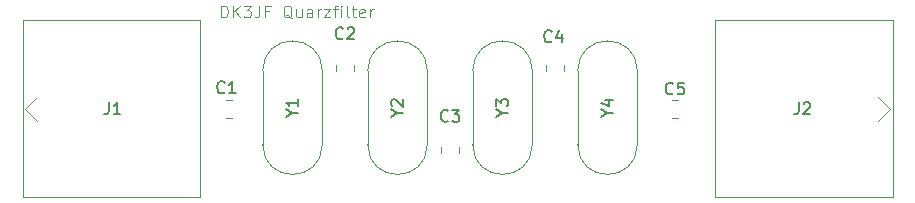
<source format=gbr>
%TF.GenerationSoftware,KiCad,Pcbnew,8.0.1*%
%TF.CreationDate,2024-04-20T09:08:37+02:00*%
%TF.ProjectId,Quarzfilter,51756172-7a66-4696-9c74-65722e6b6963,rev?*%
%TF.SameCoordinates,Original*%
%TF.FileFunction,Legend,Top*%
%TF.FilePolarity,Positive*%
%FSLAX46Y46*%
G04 Gerber Fmt 4.6, Leading zero omitted, Abs format (unit mm)*
G04 Created by KiCad (PCBNEW 8.0.1) date 2024-04-20 09:08:37*
%MOMM*%
%LPD*%
G01*
G04 APERTURE LIST*
%ADD10C,0.100000*%
%ADD11C,0.150000*%
%ADD12C,0.120000*%
G04 APERTURE END LIST*
D10*
X118413884Y-81152419D02*
X118413884Y-80152419D01*
X118413884Y-80152419D02*
X118651979Y-80152419D01*
X118651979Y-80152419D02*
X118794836Y-80200038D01*
X118794836Y-80200038D02*
X118890074Y-80295276D01*
X118890074Y-80295276D02*
X118937693Y-80390514D01*
X118937693Y-80390514D02*
X118985312Y-80580990D01*
X118985312Y-80580990D02*
X118985312Y-80723847D01*
X118985312Y-80723847D02*
X118937693Y-80914323D01*
X118937693Y-80914323D02*
X118890074Y-81009561D01*
X118890074Y-81009561D02*
X118794836Y-81104800D01*
X118794836Y-81104800D02*
X118651979Y-81152419D01*
X118651979Y-81152419D02*
X118413884Y-81152419D01*
X119413884Y-81152419D02*
X119413884Y-80152419D01*
X119985312Y-81152419D02*
X119556741Y-80580990D01*
X119985312Y-80152419D02*
X119413884Y-80723847D01*
X120318646Y-80152419D02*
X120937693Y-80152419D01*
X120937693Y-80152419D02*
X120604360Y-80533371D01*
X120604360Y-80533371D02*
X120747217Y-80533371D01*
X120747217Y-80533371D02*
X120842455Y-80580990D01*
X120842455Y-80580990D02*
X120890074Y-80628609D01*
X120890074Y-80628609D02*
X120937693Y-80723847D01*
X120937693Y-80723847D02*
X120937693Y-80961942D01*
X120937693Y-80961942D02*
X120890074Y-81057180D01*
X120890074Y-81057180D02*
X120842455Y-81104800D01*
X120842455Y-81104800D02*
X120747217Y-81152419D01*
X120747217Y-81152419D02*
X120461503Y-81152419D01*
X120461503Y-81152419D02*
X120366265Y-81104800D01*
X120366265Y-81104800D02*
X120318646Y-81057180D01*
X121651979Y-80152419D02*
X121651979Y-80866704D01*
X121651979Y-80866704D02*
X121604360Y-81009561D01*
X121604360Y-81009561D02*
X121509122Y-81104800D01*
X121509122Y-81104800D02*
X121366265Y-81152419D01*
X121366265Y-81152419D02*
X121271027Y-81152419D01*
X122461503Y-80628609D02*
X122128170Y-80628609D01*
X122128170Y-81152419D02*
X122128170Y-80152419D01*
X122128170Y-80152419D02*
X122604360Y-80152419D01*
X124413884Y-81247657D02*
X124318646Y-81200038D01*
X124318646Y-81200038D02*
X124223408Y-81104800D01*
X124223408Y-81104800D02*
X124080551Y-80961942D01*
X124080551Y-80961942D02*
X123985313Y-80914323D01*
X123985313Y-80914323D02*
X123890075Y-80914323D01*
X123937694Y-81152419D02*
X123842456Y-81104800D01*
X123842456Y-81104800D02*
X123747218Y-81009561D01*
X123747218Y-81009561D02*
X123699599Y-80819085D01*
X123699599Y-80819085D02*
X123699599Y-80485752D01*
X123699599Y-80485752D02*
X123747218Y-80295276D01*
X123747218Y-80295276D02*
X123842456Y-80200038D01*
X123842456Y-80200038D02*
X123937694Y-80152419D01*
X123937694Y-80152419D02*
X124128170Y-80152419D01*
X124128170Y-80152419D02*
X124223408Y-80200038D01*
X124223408Y-80200038D02*
X124318646Y-80295276D01*
X124318646Y-80295276D02*
X124366265Y-80485752D01*
X124366265Y-80485752D02*
X124366265Y-80819085D01*
X124366265Y-80819085D02*
X124318646Y-81009561D01*
X124318646Y-81009561D02*
X124223408Y-81104800D01*
X124223408Y-81104800D02*
X124128170Y-81152419D01*
X124128170Y-81152419D02*
X123937694Y-81152419D01*
X125223408Y-80485752D02*
X125223408Y-81152419D01*
X124794837Y-80485752D02*
X124794837Y-81009561D01*
X124794837Y-81009561D02*
X124842456Y-81104800D01*
X124842456Y-81104800D02*
X124937694Y-81152419D01*
X124937694Y-81152419D02*
X125080551Y-81152419D01*
X125080551Y-81152419D02*
X125175789Y-81104800D01*
X125175789Y-81104800D02*
X125223408Y-81057180D01*
X126128170Y-81152419D02*
X126128170Y-80628609D01*
X126128170Y-80628609D02*
X126080551Y-80533371D01*
X126080551Y-80533371D02*
X125985313Y-80485752D01*
X125985313Y-80485752D02*
X125794837Y-80485752D01*
X125794837Y-80485752D02*
X125699599Y-80533371D01*
X126128170Y-81104800D02*
X126032932Y-81152419D01*
X126032932Y-81152419D02*
X125794837Y-81152419D01*
X125794837Y-81152419D02*
X125699599Y-81104800D01*
X125699599Y-81104800D02*
X125651980Y-81009561D01*
X125651980Y-81009561D02*
X125651980Y-80914323D01*
X125651980Y-80914323D02*
X125699599Y-80819085D01*
X125699599Y-80819085D02*
X125794837Y-80771466D01*
X125794837Y-80771466D02*
X126032932Y-80771466D01*
X126032932Y-80771466D02*
X126128170Y-80723847D01*
X126604361Y-81152419D02*
X126604361Y-80485752D01*
X126604361Y-80676228D02*
X126651980Y-80580990D01*
X126651980Y-80580990D02*
X126699599Y-80533371D01*
X126699599Y-80533371D02*
X126794837Y-80485752D01*
X126794837Y-80485752D02*
X126890075Y-80485752D01*
X127128171Y-80485752D02*
X127651980Y-80485752D01*
X127651980Y-80485752D02*
X127128171Y-81152419D01*
X127128171Y-81152419D02*
X127651980Y-81152419D01*
X127890076Y-80485752D02*
X128271028Y-80485752D01*
X128032933Y-81152419D02*
X128032933Y-80295276D01*
X128032933Y-80295276D02*
X128080552Y-80200038D01*
X128080552Y-80200038D02*
X128175790Y-80152419D01*
X128175790Y-80152419D02*
X128271028Y-80152419D01*
X128604362Y-81152419D02*
X128604362Y-80485752D01*
X128604362Y-80152419D02*
X128556743Y-80200038D01*
X128556743Y-80200038D02*
X128604362Y-80247657D01*
X128604362Y-80247657D02*
X128651981Y-80200038D01*
X128651981Y-80200038D02*
X128604362Y-80152419D01*
X128604362Y-80152419D02*
X128604362Y-80247657D01*
X129223409Y-81152419D02*
X129128171Y-81104800D01*
X129128171Y-81104800D02*
X129080552Y-81009561D01*
X129080552Y-81009561D02*
X129080552Y-80152419D01*
X129461505Y-80485752D02*
X129842457Y-80485752D01*
X129604362Y-80152419D02*
X129604362Y-81009561D01*
X129604362Y-81009561D02*
X129651981Y-81104800D01*
X129651981Y-81104800D02*
X129747219Y-81152419D01*
X129747219Y-81152419D02*
X129842457Y-81152419D01*
X130556743Y-81104800D02*
X130461505Y-81152419D01*
X130461505Y-81152419D02*
X130271029Y-81152419D01*
X130271029Y-81152419D02*
X130175791Y-81104800D01*
X130175791Y-81104800D02*
X130128172Y-81009561D01*
X130128172Y-81009561D02*
X130128172Y-80628609D01*
X130128172Y-80628609D02*
X130175791Y-80533371D01*
X130175791Y-80533371D02*
X130271029Y-80485752D01*
X130271029Y-80485752D02*
X130461505Y-80485752D01*
X130461505Y-80485752D02*
X130556743Y-80533371D01*
X130556743Y-80533371D02*
X130604362Y-80628609D01*
X130604362Y-80628609D02*
X130604362Y-80723847D01*
X130604362Y-80723847D02*
X130128172Y-80819085D01*
X131032934Y-81152419D02*
X131032934Y-80485752D01*
X131032934Y-80676228D02*
X131080553Y-80580990D01*
X131080553Y-80580990D02*
X131128172Y-80533371D01*
X131128172Y-80533371D02*
X131223410Y-80485752D01*
X131223410Y-80485752D02*
X131318648Y-80485752D01*
D11*
X151108628Y-89286190D02*
X151584819Y-89286190D01*
X150584819Y-89619523D02*
X151108628Y-89286190D01*
X151108628Y-89286190D02*
X150584819Y-88952857D01*
X150918152Y-88190952D02*
X151584819Y-88190952D01*
X150537200Y-88429047D02*
X151251485Y-88667142D01*
X151251485Y-88667142D02*
X151251485Y-88048095D01*
X142218628Y-89266190D02*
X142694819Y-89266190D01*
X141694819Y-89599523D02*
X142218628Y-89266190D01*
X142218628Y-89266190D02*
X141694819Y-88932857D01*
X141694819Y-88694761D02*
X141694819Y-88075714D01*
X141694819Y-88075714D02*
X142075771Y-88409047D01*
X142075771Y-88409047D02*
X142075771Y-88266190D01*
X142075771Y-88266190D02*
X142123390Y-88170952D01*
X142123390Y-88170952D02*
X142171009Y-88123333D01*
X142171009Y-88123333D02*
X142266247Y-88075714D01*
X142266247Y-88075714D02*
X142504342Y-88075714D01*
X142504342Y-88075714D02*
X142599580Y-88123333D01*
X142599580Y-88123333D02*
X142647200Y-88170952D01*
X142647200Y-88170952D02*
X142694819Y-88266190D01*
X142694819Y-88266190D02*
X142694819Y-88551904D01*
X142694819Y-88551904D02*
X142647200Y-88647142D01*
X142647200Y-88647142D02*
X142599580Y-88694761D01*
X133328628Y-89286190D02*
X133804819Y-89286190D01*
X132804819Y-89619523D02*
X133328628Y-89286190D01*
X133328628Y-89286190D02*
X132804819Y-88952857D01*
X132900057Y-88667142D02*
X132852438Y-88619523D01*
X132852438Y-88619523D02*
X132804819Y-88524285D01*
X132804819Y-88524285D02*
X132804819Y-88286190D01*
X132804819Y-88286190D02*
X132852438Y-88190952D01*
X132852438Y-88190952D02*
X132900057Y-88143333D01*
X132900057Y-88143333D02*
X132995295Y-88095714D01*
X132995295Y-88095714D02*
X133090533Y-88095714D01*
X133090533Y-88095714D02*
X133233390Y-88143333D01*
X133233390Y-88143333D02*
X133804819Y-88714761D01*
X133804819Y-88714761D02*
X133804819Y-88095714D01*
X124438628Y-89266190D02*
X124914819Y-89266190D01*
X123914819Y-89599523D02*
X124438628Y-89266190D01*
X124438628Y-89266190D02*
X123914819Y-88932857D01*
X124914819Y-88075714D02*
X124914819Y-88647142D01*
X124914819Y-88361428D02*
X123914819Y-88361428D01*
X123914819Y-88361428D02*
X124057676Y-88456666D01*
X124057676Y-88456666D02*
X124152914Y-88551904D01*
X124152914Y-88551904D02*
X124200533Y-88647142D01*
X167306666Y-88354819D02*
X167306666Y-89069104D01*
X167306666Y-89069104D02*
X167259047Y-89211961D01*
X167259047Y-89211961D02*
X167163809Y-89307200D01*
X167163809Y-89307200D02*
X167020952Y-89354819D01*
X167020952Y-89354819D02*
X166925714Y-89354819D01*
X167735238Y-88450057D02*
X167782857Y-88402438D01*
X167782857Y-88402438D02*
X167878095Y-88354819D01*
X167878095Y-88354819D02*
X168116190Y-88354819D01*
X168116190Y-88354819D02*
X168211428Y-88402438D01*
X168211428Y-88402438D02*
X168259047Y-88450057D01*
X168259047Y-88450057D02*
X168306666Y-88545295D01*
X168306666Y-88545295D02*
X168306666Y-88640533D01*
X168306666Y-88640533D02*
X168259047Y-88783390D01*
X168259047Y-88783390D02*
X167687619Y-89354819D01*
X167687619Y-89354819D02*
X168306666Y-89354819D01*
X108886666Y-88354819D02*
X108886666Y-89069104D01*
X108886666Y-89069104D02*
X108839047Y-89211961D01*
X108839047Y-89211961D02*
X108743809Y-89307200D01*
X108743809Y-89307200D02*
X108600952Y-89354819D01*
X108600952Y-89354819D02*
X108505714Y-89354819D01*
X109886666Y-89354819D02*
X109315238Y-89354819D01*
X109600952Y-89354819D02*
X109600952Y-88354819D01*
X109600952Y-88354819D02*
X109505714Y-88497676D01*
X109505714Y-88497676D02*
X109410476Y-88592914D01*
X109410476Y-88592914D02*
X109315238Y-88640533D01*
X156678333Y-87579580D02*
X156630714Y-87627200D01*
X156630714Y-87627200D02*
X156487857Y-87674819D01*
X156487857Y-87674819D02*
X156392619Y-87674819D01*
X156392619Y-87674819D02*
X156249762Y-87627200D01*
X156249762Y-87627200D02*
X156154524Y-87531961D01*
X156154524Y-87531961D02*
X156106905Y-87436723D01*
X156106905Y-87436723D02*
X156059286Y-87246247D01*
X156059286Y-87246247D02*
X156059286Y-87103390D01*
X156059286Y-87103390D02*
X156106905Y-86912914D01*
X156106905Y-86912914D02*
X156154524Y-86817676D01*
X156154524Y-86817676D02*
X156249762Y-86722438D01*
X156249762Y-86722438D02*
X156392619Y-86674819D01*
X156392619Y-86674819D02*
X156487857Y-86674819D01*
X156487857Y-86674819D02*
X156630714Y-86722438D01*
X156630714Y-86722438D02*
X156678333Y-86770057D01*
X157583095Y-86674819D02*
X157106905Y-86674819D01*
X157106905Y-86674819D02*
X157059286Y-87151009D01*
X157059286Y-87151009D02*
X157106905Y-87103390D01*
X157106905Y-87103390D02*
X157202143Y-87055771D01*
X157202143Y-87055771D02*
X157440238Y-87055771D01*
X157440238Y-87055771D02*
X157535476Y-87103390D01*
X157535476Y-87103390D02*
X157583095Y-87151009D01*
X157583095Y-87151009D02*
X157630714Y-87246247D01*
X157630714Y-87246247D02*
X157630714Y-87484342D01*
X157630714Y-87484342D02*
X157583095Y-87579580D01*
X157583095Y-87579580D02*
X157535476Y-87627200D01*
X157535476Y-87627200D02*
X157440238Y-87674819D01*
X157440238Y-87674819D02*
X157202143Y-87674819D01*
X157202143Y-87674819D02*
X157106905Y-87627200D01*
X157106905Y-87627200D02*
X157059286Y-87579580D01*
X146391333Y-83163580D02*
X146343714Y-83211200D01*
X146343714Y-83211200D02*
X146200857Y-83258819D01*
X146200857Y-83258819D02*
X146105619Y-83258819D01*
X146105619Y-83258819D02*
X145962762Y-83211200D01*
X145962762Y-83211200D02*
X145867524Y-83115961D01*
X145867524Y-83115961D02*
X145819905Y-83020723D01*
X145819905Y-83020723D02*
X145772286Y-82830247D01*
X145772286Y-82830247D02*
X145772286Y-82687390D01*
X145772286Y-82687390D02*
X145819905Y-82496914D01*
X145819905Y-82496914D02*
X145867524Y-82401676D01*
X145867524Y-82401676D02*
X145962762Y-82306438D01*
X145962762Y-82306438D02*
X146105619Y-82258819D01*
X146105619Y-82258819D02*
X146200857Y-82258819D01*
X146200857Y-82258819D02*
X146343714Y-82306438D01*
X146343714Y-82306438D02*
X146391333Y-82354057D01*
X147248476Y-82592152D02*
X147248476Y-83258819D01*
X147010381Y-82211200D02*
X146772286Y-82925485D01*
X146772286Y-82925485D02*
X147391333Y-82925485D01*
X137628333Y-89894580D02*
X137580714Y-89942200D01*
X137580714Y-89942200D02*
X137437857Y-89989819D01*
X137437857Y-89989819D02*
X137342619Y-89989819D01*
X137342619Y-89989819D02*
X137199762Y-89942200D01*
X137199762Y-89942200D02*
X137104524Y-89846961D01*
X137104524Y-89846961D02*
X137056905Y-89751723D01*
X137056905Y-89751723D02*
X137009286Y-89561247D01*
X137009286Y-89561247D02*
X137009286Y-89418390D01*
X137009286Y-89418390D02*
X137056905Y-89227914D01*
X137056905Y-89227914D02*
X137104524Y-89132676D01*
X137104524Y-89132676D02*
X137199762Y-89037438D01*
X137199762Y-89037438D02*
X137342619Y-88989819D01*
X137342619Y-88989819D02*
X137437857Y-88989819D01*
X137437857Y-88989819D02*
X137580714Y-89037438D01*
X137580714Y-89037438D02*
X137628333Y-89085057D01*
X137961667Y-88989819D02*
X138580714Y-88989819D01*
X138580714Y-88989819D02*
X138247381Y-89370771D01*
X138247381Y-89370771D02*
X138390238Y-89370771D01*
X138390238Y-89370771D02*
X138485476Y-89418390D01*
X138485476Y-89418390D02*
X138533095Y-89466009D01*
X138533095Y-89466009D02*
X138580714Y-89561247D01*
X138580714Y-89561247D02*
X138580714Y-89799342D01*
X138580714Y-89799342D02*
X138533095Y-89894580D01*
X138533095Y-89894580D02*
X138485476Y-89942200D01*
X138485476Y-89942200D02*
X138390238Y-89989819D01*
X138390238Y-89989819D02*
X138104524Y-89989819D01*
X138104524Y-89989819D02*
X138009286Y-89942200D01*
X138009286Y-89942200D02*
X137961667Y-89894580D01*
X128738333Y-82909580D02*
X128690714Y-82957200D01*
X128690714Y-82957200D02*
X128547857Y-83004819D01*
X128547857Y-83004819D02*
X128452619Y-83004819D01*
X128452619Y-83004819D02*
X128309762Y-82957200D01*
X128309762Y-82957200D02*
X128214524Y-82861961D01*
X128214524Y-82861961D02*
X128166905Y-82766723D01*
X128166905Y-82766723D02*
X128119286Y-82576247D01*
X128119286Y-82576247D02*
X128119286Y-82433390D01*
X128119286Y-82433390D02*
X128166905Y-82242914D01*
X128166905Y-82242914D02*
X128214524Y-82147676D01*
X128214524Y-82147676D02*
X128309762Y-82052438D01*
X128309762Y-82052438D02*
X128452619Y-82004819D01*
X128452619Y-82004819D02*
X128547857Y-82004819D01*
X128547857Y-82004819D02*
X128690714Y-82052438D01*
X128690714Y-82052438D02*
X128738333Y-82100057D01*
X129119286Y-82100057D02*
X129166905Y-82052438D01*
X129166905Y-82052438D02*
X129262143Y-82004819D01*
X129262143Y-82004819D02*
X129500238Y-82004819D01*
X129500238Y-82004819D02*
X129595476Y-82052438D01*
X129595476Y-82052438D02*
X129643095Y-82100057D01*
X129643095Y-82100057D02*
X129690714Y-82195295D01*
X129690714Y-82195295D02*
X129690714Y-82290533D01*
X129690714Y-82290533D02*
X129643095Y-82433390D01*
X129643095Y-82433390D02*
X129071667Y-83004819D01*
X129071667Y-83004819D02*
X129690714Y-83004819D01*
X118705333Y-87481580D02*
X118657714Y-87529200D01*
X118657714Y-87529200D02*
X118514857Y-87576819D01*
X118514857Y-87576819D02*
X118419619Y-87576819D01*
X118419619Y-87576819D02*
X118276762Y-87529200D01*
X118276762Y-87529200D02*
X118181524Y-87433961D01*
X118181524Y-87433961D02*
X118133905Y-87338723D01*
X118133905Y-87338723D02*
X118086286Y-87148247D01*
X118086286Y-87148247D02*
X118086286Y-87005390D01*
X118086286Y-87005390D02*
X118133905Y-86814914D01*
X118133905Y-86814914D02*
X118181524Y-86719676D01*
X118181524Y-86719676D02*
X118276762Y-86624438D01*
X118276762Y-86624438D02*
X118419619Y-86576819D01*
X118419619Y-86576819D02*
X118514857Y-86576819D01*
X118514857Y-86576819D02*
X118657714Y-86624438D01*
X118657714Y-86624438D02*
X118705333Y-86672057D01*
X119657714Y-87576819D02*
X119086286Y-87576819D01*
X119372000Y-87576819D02*
X119372000Y-86576819D01*
X119372000Y-86576819D02*
X119276762Y-86719676D01*
X119276762Y-86719676D02*
X119181524Y-86814914D01*
X119181524Y-86814914D02*
X119086286Y-86862533D01*
D12*
%TO.C,Y4*%
X153655000Y-85675000D02*
X153655000Y-91925000D01*
X148605000Y-85675000D02*
X148605000Y-91925000D01*
X148605000Y-85675000D02*
G75*
G02*
X153655000Y-85675000I2525000J0D01*
G01*
X153655000Y-91925000D02*
G75*
G02*
X148605000Y-91925000I-2525000J0D01*
G01*
%TO.C,Y3*%
X139715000Y-91925000D02*
X139715000Y-85675000D01*
X144765000Y-91925000D02*
X144765000Y-85675000D01*
X144765000Y-91925000D02*
G75*
G02*
X139715000Y-91925000I-2525000J0D01*
G01*
X139715000Y-85675000D02*
G75*
G02*
X144765000Y-85675000I2525000J0D01*
G01*
%TO.C,Y2*%
X135875000Y-85675000D02*
X135875000Y-91925000D01*
X130825000Y-85675000D02*
X130825000Y-91925000D01*
X130825000Y-85675000D02*
G75*
G02*
X135875000Y-85675000I2525000J0D01*
G01*
X135875000Y-91925000D02*
G75*
G02*
X130825000Y-91925000I-2525000J0D01*
G01*
%TO.C,Y1*%
X121935000Y-91925000D02*
X121935000Y-85675000D01*
X126985000Y-91925000D02*
X126985000Y-85675000D01*
X126985000Y-91925000D02*
G75*
G02*
X121935000Y-91925000I-2525000J0D01*
G01*
X121935000Y-85675000D02*
G75*
G02*
X126985000Y-85675000I2525000J0D01*
G01*
%TO.C,J2*%
X175260000Y-81400000D02*
X175260000Y-96400000D01*
X160260000Y-81400000D02*
X175260000Y-81400000D01*
X175060000Y-88900000D02*
X174060000Y-87900000D01*
X175060000Y-88900000D02*
X174060000Y-89900000D01*
X175260000Y-96400000D02*
X160260000Y-96400000D01*
X160260000Y-96400000D02*
X160260000Y-81400000D01*
%TO.C,J1*%
X101600000Y-96400000D02*
X101600000Y-81400000D01*
X116600000Y-96400000D02*
X101600000Y-96400000D01*
X101800000Y-88900000D02*
X102800000Y-89900000D01*
X101800000Y-88900000D02*
X102800000Y-87900000D01*
X101600000Y-81400000D02*
X116600000Y-81400000D01*
X116600000Y-81400000D02*
X116600000Y-96400000D01*
%TO.C,C5*%
X156583748Y-88165000D02*
X157106252Y-88165000D01*
X156583748Y-89635000D02*
X157106252Y-89635000D01*
%TO.C,C4*%
X147420000Y-85143748D02*
X147420000Y-85666252D01*
X145950000Y-85143748D02*
X145950000Y-85666252D01*
%TO.C,C3*%
X137060000Y-92651252D02*
X137060000Y-92128748D01*
X138530000Y-92651252D02*
X138530000Y-92128748D01*
%TO.C,C2*%
X128170000Y-85671252D02*
X128170000Y-85148748D01*
X129640000Y-85671252D02*
X129640000Y-85148748D01*
%TO.C,C1*%
X118798748Y-88165000D02*
X119321252Y-88165000D01*
X118798748Y-89635000D02*
X119321252Y-89635000D01*
%TD*%
M02*

</source>
